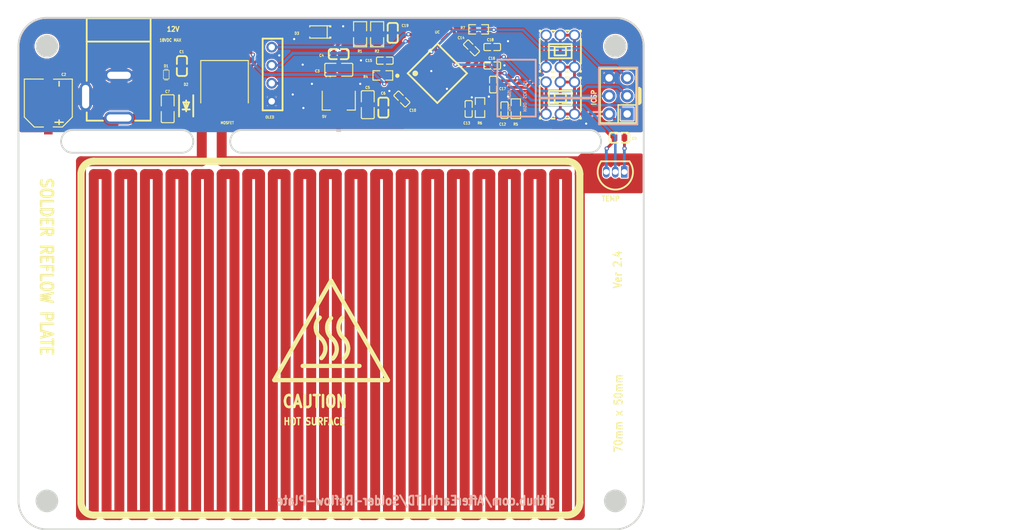
<source format=kicad_pcb>
(kicad_pcb (version 20240108) (generator "pcbnew") (generator_version "8.0")
  (layers (0 "F.Cu" signal "Top Layer") (31 "B.Cu" signal "Bottom Layer") (34 "B.Paste" user "Bottom Paste Mask Layer") (35 "F.Paste" user "Top Paste Mask Layer") (36 "B.SilkS" user "Bottom Silkscreen Layer") (37 "F.SilkS" user "Top Silkscreen Layer") (38 "B.Mask" user "Bottom Solder Mask Layer") (39 "F.Mask" user "Top Solder Mask Layer") (44 "Edge.Cuts" user "Multi-Layer"))
  (net 0 "")
  (footprint "Solder-Reflow-Plate:C0402" (layer "F.Cu") (at 163.759 72.235 -45)
    (property "Reference" "C14")
    (property "Value" "")
  )
  (footprint "Solder-Reflow-Plate:C0402" (layer "F.Cu") (at 163.359 80.835 -90)
    (property "Reference" "C13")
    (property "Value" "")
  )
  (footprint "Solder-Reflow-Plate:C0402" (layer "F.Cu") (at 153.959 79.435 135)
    (property "Reference" "C10")
    (property "Value" "")
  )
  (footprint "Solder-Reflow-Plate:C0402" (layer "F.Cu") (at 166.8 77.4 90)
    (property "Reference" "C17")
    (property "Value" "")
  )
  (footprint "Solder-Reflow-Plate:C0805" (layer "F.Cu") (at 145.0795 75.3175 180)
    (property "Reference" "C3")
    (property "Value" "")
  )
  (footprint "Solder-Reflow-Plate:R0603" (layer "F.Cu") (at 164.76 69.6345 180)
    (property "Reference" "R7")
    (property "Value" "")
  )
  (footprint "Solder-Reflow-Plate:C0402" (layer "F.Cu") (at 168.4 81 -90)
    (property "Reference" "C12")
    (property "Value" "")
  )
  (footprint "Solder-Reflow-Plate:SW-TH_6P-L5.8-W5.8-P2.00-LS4.5-BL" (layer "F.Cu") (at 176.257 72.6975 180)
    (property "Reference" "SW2" (hide yes))
    (property "Value" "")
  )
  (footprint "Solder-Reflow-Plate:HDR-TH_6P-P2.54-V-M-R2-C3-S2.54-1" (layer "F.Cu") (at 184.4 79 90)
    (property "Reference" "ICSP")
    (property "Value" "")
  )
  (footprint "Solder-Reflow-Plate:C0402" (layer "F.Cu") (at 151.559 74.035 180)
    (property "Reference" "C15")
    (property "Value" "")
  )
  (footprint "Solder-Reflow-Plate:R0805" (layer "F.Cu") (at 148.0795 70.3175 90)
    (property "Reference" "R1")
    (property "Value" "")
  )
  (footprint "Solder-Reflow-Plate:TO-92-3_L4.9-W3.7-P1.27-L" (layer "F.Cu") (at 184 89.7 180)
    (property "Reference" "TEMP")
    (property "Value" "")
  )
  (footprint "Solder-Reflow-Plate:SOT-89_L4.5-W2.5-P1.50-LS4.2-BR" (layer "F.Cu") (at 145.0795 79.1175 90)
    (property "Reference" "5V")
    (property "Value" "")
  )
  (footprint "Solder-Reflow-Plate:SW-TH_6P-L5.8-W5.8-P2.00-LS4.5-BL" (layer "F.Cu") (at 176.257 79.299 180)
    (property "Reference" "SW1" (hide yes))
    (property "Value" "")
  )
  (footprint "Solder-Reflow-Plate:C0603" (layer "F.Cu") (at 151.359 80.635 90)
    (property "Reference" "C6")
    (property "Value" "")
  )
  (footprint "Solder-Reflow-Plate:C0603" (layer "F.Cu") (at 184.582 84.882 180)
    (property "Reference" "C9")
    (property "Value" "")
  )
  (footprint "Solder-Reflow-Plate:TQFP-32_L7.0-W7.0-P0.80-LS9.0-BL" (layer "F.Cu") (at 158.959 75.835 -45)
    (property "Reference" "UC")
    (property "Value" "")
  )
  (footprint "Solder-Reflow-Plate:C0402" (layer "F.Cu") (at 166.6795 72.1175 180)
    (property "Reference" "C18")
    (property "Value" "")
  )
  (footprint "Solder-Reflow-Plate:SOD-882_L1.0-W0.6-BI" (layer "F.Cu") (at 120.8 76 -90)
    (property "Reference" "D1")
    (property "Value" "")
  )
  (footprint "Solder-Reflow-Plate:CAP-SMD_BD6.3-L6.6-W6.6-LS7.6-FD" (layer "F.Cu") (at 104.2 80 90)
    (property "Reference" "C2")
    (property "Value" "")
  )
  (footprint "Solder-Reflow-Plate:C0603" (layer "F.Cu") (at 152.6795 70.1175 90)
    (property "Reference" "C19")
    (property "Value" "")
  )
  (footprint "Solder-Reflow-Plate:C0805" (layer "F.Cu") (at 121 80.8 90)
    (property "Reference" "C7")
    (property "Value" "")
  )
  (footprint "Solder-Reflow-Plate:R0603" (layer "F.Cu") (at 170 80.8 90)
    (property "Reference" "R5")
    (property "Value" "")
  )
  (footprint "Solder-Reflow-Plate:R0603" (layer "F.Cu") (at 151.28 76.1165)
    (property "Reference" "R4")
    (property "Value" "")
  )
  (footprint "Solder-Reflow-Plate:C0805" (layer "F.Cu") (at 149.159 80.235 -90)
    (property "Reference" "C5")
    (property "Value" "")
  )
  (footprint "Solder-Reflow-Plate:C0603" (layer "F.Cu") (at 145.0795 73.1175)
    (property "Reference" "C4")
    (property "Value" "")
  )
  (footprint "Solder-Reflow-Plate:C0402" (layer "F.Cu") (at 166.6795 74.7175 180)
    (property "Reference" "C16")
    (property "Value" "")
  )
  (footprint "Solder-Reflow-Plate:SOD-123_L2.8-W1.8-LS3.7-FD" (layer "F.Cu") (at 123.6 80.4 -90)
    (property "Reference" "D2")
    (property "Value" "")
  )
  (footprint "Solder-Reflow-Plate:SOD-123_L2.8-W1.8-LS3.7-RD" (layer "F.Cu") (at 142.4 70 180)
    (property "Reference" "D3")
    (property "Value" "")
  )
  (footprint "Solder-Reflow-Plate:TO-252-2_L6.6-W6.1-P4.57-LS9.9-BR-CW" (layer "F.Cu") (at 129 75.4 90)
    (property "Reference" "MOSFET")
    (property "Value" "")
  )
  (footprint "Solder-Reflow-Plate:R0603" (layer "F.Cu") (at 164.958 80.635 90)
    (property "Reference" "R6")
    (property "Value" "")
  )
  (footprint "Solder-Reflow-Plate:C0603" (layer "F.Cu") (at 123 74.8 -90)
    (property "Reference" "C1")
    (property "Value" "")
  )
  (footprint "Solder-Reflow-Plate:R0805" (layer "F.Cu") (at 150.4795 70.3175 90)
    (property "Reference" "R2")
    (property "Value" "")
  )
  (footprint "Solder-Reflow-Plate:DC-IN-TH_DC-005-5A-2.5" (layer "F.Cu") (at 111.8 79.1 -90)
    (property "Reference" "12V")
    (property "Value" "")
  )
  (footprint "Solder-Reflow-Plate:OLED_0.91_128X32" (layer "F.Cu") (at 133.1 69.6)
    (property "Reference" "OLED")
    (property "Value" "")
  )
  (gr_line (start 167.4 73.9) (end 172.8 73.9) (stroke (width 0.254)) (layer "B.SilkS"))
  (gr_line (start 187.1 83) (end 181.7 83) (stroke (width 0.254)) (layer "B.SilkS"))
  (gr_line (start 167.4 81.9) (end 167.4 73.9) (stroke (width 0.254)) (layer "B.SilkS"))
  (gr_line (start 181.7 83) (end 181.7 75) (stroke (width 0.254)) (layer "B.SilkS"))
  (gr_line (start 172.8 73.9) (end 172.8 81.9) (stroke (width 0.254)) (layer "B.SilkS"))
  (gr_line (start 173.4 79.3) (end 181.2 79.3) (stroke (width 0.36)) (layer "B.SilkS"))
  (gr_line (start 181.7 75) (end 187.1 75) (stroke (width 0.254)) (layer "B.SilkS"))
  (gr_line (start 187.1 75) (end 187.1 83) (stroke (width 0.254)) (layer "B.SilkS"))
  (gr_line (start 172.8 81.9) (end 167.4 81.9) (stroke (width 0.254)) (layer "B.SilkS"))
  (gr_arc (start 108.8 90) (mid 109.327208 88.727208) (end 110.6 88.2) (stroke (width 1)) (layer "F.SilkS"))
  (gr_arc (start 145.8345 113.1655) (mid 146.253265 113.792226) (end 146.4 114.5315) (stroke (width 0.6)) (layer "F.SilkS"))
  (gr_arc (start 143.4345 111.6345) (mid 143.581556 110.895375) (end 144 110.2685) (stroke (width 0.6)) (layer "F.SilkS"))
  (gr_line (start 142.4 112.9315) (end 142.6345 113.1655) (stroke (width 0.6)) (layer "F.SilkS"))
  (gr_arc (start 145.6 112.9315) (mid 145.181129 112.304802) (end 145.0345 111.5655) (stroke (width 0.6)) (layer "F.SilkS"))
  (gr_arc (start 144 113) (mid 143.581388 112.373503) (end 143.4345 111.6345) (stroke (width 0.6)) (layer "F.SilkS"))
  (gr_arc (start 177.2 88.2) (mid 178.472792 88.727208) (end 179 90) (stroke (width 1)) (layer "F.SilkS"))
  (gr_arc (start 142.4 112.9315) (mid 141.981129 112.304802) (end 141.8345 111.5655) (stroke (width 0.6)) (layer "F.SilkS"))
  (gr_line (start 144 113) (end 144.2345 113.234) (stroke (width 0.6)) (layer "F.SilkS"))
  (gr_line (start 136 119) (end 152 119) (stroke (width 0.6)) (layer "F.SilkS"))
  (gr_arc (start 142.6345 113.1655) (mid 143.053265 113.792226) (end 143.2 114.5315) (stroke (width 0.6)) (layer "F.SilkS"))
  (gr_line (start 108.8 136.2) (end 108.8 90) (stroke (width 1)) (layer "F.SilkS"))
  (gr_arc (start 143.2 114.5315) (mid 143.053041 115.27049) (end 142.6345 115.897) (stroke (width 0.6)) (layer "F.SilkS"))
  (gr_arc (start 145.0345 111.5655) (mid 145.181489 110.826538) (end 145.6 110.2) (stroke (width 0.6)) (layer "F.SilkS"))
  (gr_line (start 145.6 112.9315) (end 145.8345 113.1655) (stroke (width 0.6)) (layer "F.SilkS"))
  (gr_line (start 177.2 88.2) (end 110.6 88.2) (stroke (width 1)) (layer "F.SilkS"))
  (gr_line (start 136 119) (end 144 105) (stroke (width 0.6)) (layer "F.SilkS"))
  (gr_arc (start 179 136.2) (mid 178.472792 137.472792) (end 177.2 138) (stroke (width 1)) (layer "F.SilkS"))
  (gr_arc (start 141.8345 111.5655) (mid 141.981489 110.826538) (end 142.4 110.2) (stroke (width 0.6)) (layer "F.SilkS"))
  (gr_line (start 110.6 138) (end 177.2 138) (stroke (width 1)) (layer "F.SilkS"))
  (gr_line (start 144 105) (end 152 119) (stroke (width 0.6)) (layer "F.SilkS"))
  (gr_arc (start 110.6 138) (mid 109.327208 137.472792) (end 108.8 136.2) (stroke (width 1)) (layer "F.SilkS"))
  (gr_arc (start 146.4 114.5315) (mid 146.253041 115.27049) (end 145.8345 115.897) (stroke (width 0.6)) (layer "F.SilkS"))
  (gr_arc (start 144.2345 113.2345) (mid 144.653006 113.861025) (end 144.8 114.6) (stroke (width 0.6)) (layer "F.SilkS"))
  (gr_line (start 179 136.2) (end 179 90) (stroke (width 1)) (layer "F.SilkS"))
  (gr_arc (start 144.8 114.6) (mid 144.653041 115.33899) (end 144.2345 115.9655) (stroke (width 0.6)) (layer "F.SilkS"))
  (gr_line (start 140 117) (end 148 117) (stroke (width 0.6)) (layer "F.SilkS"))
  (gr_arc (start 184 68) (mid 186.828427 69.171573) (end 188 72) (stroke (width 0.254)) (layer "Edge.Cuts"))
  (gr_arc (start 182 85.4) (mid 181.531371 86.531371) (end 180.4 87) (stroke (width 0.254)) (layer "Edge.Cuts"))
  (gr_arc (start 131.4 87) (mid 130.268629 86.531371) (end 129.8 85.4) (stroke (width 0.254)) (layer "Edge.Cuts"))
  (gr_arc (start 129.8 85.4) (mid 130.268629 84.268629) (end 131.4 83.8) (stroke (width 0.254)) (layer "Edge.Cuts"))
  (gr_arc (start 103.987681 140) (mid 101.165347 138.825716) (end 100 135.999681) (stroke (width 0.254)) (layer "Edge.Cuts"))
  (gr_line (start 184 140) (end 103.987681 140) (stroke (width 0.254)) (layer "Edge.Cuts"))
  (gr_line (start 131.4 83.8) (end 180.4 83.8) (stroke (width 0.254)) (layer "Edge.Cuts"))
  (gr_arc (start 123 83.8) (mid 124.131371 84.268629) (end 124.6 85.4) (stroke (width 0.254)) (layer "Edge.Cuts"))
  (gr_line (start 104 68) (end 184 68) (stroke (width 0.254)) (layer "Edge.Cuts"))
  (gr_line (start 131.4 87) (end 180.4 87) (stroke (width 0.254)) (layer "Edge.Cuts"))
  (gr_arc (start 188 136) (mid 186.828427 138.828427) (end 184 140) (stroke (width 0.254)) (layer "Edge.Cuts"))
  (gr_arc (start 124.6 85.4) (mid 124.131371 86.531371) (end 123 87) (stroke (width 0.254)) (layer "Edge.Cuts"))
  (gr_arc (start 106 85.4) (mid 106.468629 84.268629) (end 107.6 83.8) (stroke (width 0.254)) (layer "Edge.Cuts"))
  (gr_arc (start 100 72) (mid 101.171573 69.171573) (end 104 68) (stroke (width 0.254)) (layer "Edge.Cuts"))
  (gr_line (start 188 72) (end 188 136) (stroke (width 0.254)) (layer "Edge.Cuts"))
  (gr_line (start 107.6 87) (end 123 87) (stroke (width 0.254)) (layer "Edge.Cuts"))
  (gr_arc (start 107.6 87) (mid 106.468629 86.531371) (end 106 85.4) (stroke (width 0.254)) (layer "Edge.Cuts"))
  (gr_arc (start 180.4 83.8) (mid 181.531371 84.268629) (end 182 85.4) (stroke (width 0.254)) (layer "Edge.Cuts"))
  (gr_line (start 100 135.999681) (end 100 72) (stroke (width 0.254)) (layer "Edge.Cuts"))
  (gr_line (start 107.6 83.8) (end 123 83.8) (stroke (width 0.254)) (layer "Edge.Cuts"))
  (gr_text "MISO  SCK  RST" (at 171 81.3 -90) (layer "B.SilkS") (effects (font (size 0.42 0.36) (thickness 0.1)) (justify left bottom mirror)))
  (gr_text "5V+  MOSI  0V" (at 168.8 81.2 -90) (layer "B.SilkS") (effects (font (size 0.42 0.36) (thickness 0.1)) (justify left bottom mirror)))
  (gr_text "github.com/AfterEarthLTD/Solder-Reflow-Plate" (at 175.7 136.7 -0) (layer "B.SilkS") (effects (font (size 1.26 1.08) (thickness 0.3)) (justify left bottom mirror)))
  (gr_text "18VDC MAX" (at 119.8 71.4 0) (layer "F.SilkS") (effects (font (size 0.42 0.36) (thickness 0.1)) (justify left bottom)))
  (gr_text "HOT SURFACE" (at 137.2 125.4 0) (layer "F.SilkS") (effects (font (size 0.98 0.84) (thickness 0.24)) (justify left bottom)))
  (gr_text "CAUTION" (at 137 123 0) (layer "F.SilkS") (effects (font (size 1.68 1.44) (thickness 0.4)) (justify left bottom)))
  (gr_text "SOLDER REFLOW PLATE" (at 102.956 90.3395 270) (layer "F.SilkS") (effects (font (size 1.68 1.44) (thickness 0.4)) (justify left bottom)))
  (gr_text "Ver 2.4" (at 185 106.2 90) (layer "F.SilkS") (effects (font (size 1.12 0.96) (thickness 0.2)) (justify left bottom)))
  (gr_text "70mm x 50mm" (at 185.1 129.3 90) (layer "F.SilkS") (effects (font (size 1.12 0.96) (thickness 0.2)) (justify left bottom)))
  (segment (start 160.656 75.835) (end 161.7875 75.835) (width 0.4) (layer "F.Cu") (net 0))
  (segment (start 164.1445 72.62) (end 164.559 72.2055) (width 0.4) (layer "F.Cu") (net 0))
  (segment (start 168.2005 90) (end 170.0005 90) (width 1.4) (layer "F.Cu") (net 0))
  (segment (start 125.799 83.5995) (end 124.399 82.2) (width 1.4) (layer "F.Cu") (net 0))
  (segment (start 168.3995 75.799) (end 166.7995 75.799) (width 0.36) (layer "F.Cu") (net 0))
  (segment (start 167 79.8) (end 169 77.8) (width 0.4) (layer "F.Cu") (net 0))
  (segment (start 178.2575 81.5495) (end 183.129 81.5395) (width 0.4) (layer "F.Cu") (net 0))
  (segment (start 144.0495 75.3175) (end 143.5795 75.7875) (width 0.4) (layer "F.Cu") (net 0))
  (segment (start 162.3785 71.8495) (end 163.3735 71.8495) (width 0.4) (layer "F.Cu") (net 0))
  (segment (start 174.255 81.549) (end 174.255 77.049) (width 0.4) (layer "F.Cu") (net 0))
  (segment (start 134.0005 71.199) (end 134.0005 73.5995) (width 0.4) (layer "F.Cu") (net 0))
  (segment (start 163.471 77.519) (end 164.252 78.3) (width 0.36) (layer "F.Cu") (net 0))
  (segment (start 185.282 84.882) (end 185.282 84.282) (width 0.36) (layer "F.Cu") (net 0))
  (segment (start 129 83.4) (end 129 78.824) (width 1.4) (layer "F.Cu") (net 0))
  (segment (start 134 138) (end 135.8 138) (width 1.4) (layer "F.Cu") (net 0))
  (segment (start 145.5165 71.2835) (end 148.0795 71.2835) (width 0.4) (layer "F.Cu") (net 0))
  (segment (start 166.134 75.1335) (end 166.134 74.8565) (width 0.36) (layer "F.Cu") (net 0))
  (segment (start 112.4 138) (end 114.2 138) (width 1.4) (layer "F.Cu") (net 0))
  (segment (start 174.255 70.449) (end 174.255 74.949) (width 0.4) (layer "F.Cu") (net 0))
  (segment (start 181.6 82.9) (end 183.582 84.882) (width 0.36) (layer "F.Cu") (net 0))
  (segment (start 164.6005 138) (end 164.6005 90) (width 1.4) (layer "F.Cu") (net 0))
  (segment (start 153.8005 138) (end 153.8005 90) (width 1.4) (layer "F.Cu") (net 0))
  (segment (start 137.6 138) (end 139.4 138) (width 1.4) (layer "F.Cu") (net 0))
  (segment (start 149.229 81.335) (end 151.359 81.335) (width 0.4) (layer "F.Cu") (net 0))
  (segment (start 179.0005 90) (end 179 90) (width 1.4) (layer "F.Cu") (net 0))
  (segment (start 156.159 77.435) (end 156.759 78.035) (width 0.4) (layer "F.Cu") (net 0))
  (segment (start 121.4 138) (end 121.4 90) (width 1.4) (layer "F.Cu") (net 0))
  (segment (start 174.257 81.549) (end 174.2525 81.5535) (width 0.4) (layer "F.Cu") (net 0))
  (segment (start 145.862 81.265) (end 145.071 80.4735) (width 0.4) (layer "F.Cu") (net 0))
  (segment (start 153.5735 79.0495) (end 154.0475 79.0495) (width 0.4) (layer "F.Cu") (net 0))
  (segment (start 166.245 76.855) (end 166.8 76.855) (width 0.36) (layer "F.Cu") (net 0))
  (segment (start 125 90) (end 126.8 90) (width 1.4) (layer "F.Cu") (net 0))
  (segment (start 135.8 138) (end 135.8 90) (width 1.4) (layer "F.Cu") (net 0))
  (segment (start 156.718 79.7725) (end 160.656 75.835) (width 0.4) (layer "F.Cu") (net 0))
  (segment (start 160.634 71.3315) (end 161.359 70.6065) (width 0.4) (layer "F.Cu") (net 0))
  (segment (start 164.959 81.3885) (end 166.4115 81.3885) (width 0.4) (layer "F.Cu") (net 0))
  (segment (start 155.6005 90) (end 155.6005 138) (width 1.4) (layer "F.Cu") (net 0))
  (segment (start 143.5795 75.7875) (end 143.5795 77.7615) (width 0.4) (layer "F.Cu") (net 0))
  (segment (start 108.8 138) (end 110.6 138) (width 1.4) (layer "F.Cu") (net 0))
  (segment (start 164.028 74.7255) (end 166.1345 72.6195) (width 0.4) (layer "F.Cu") (net 0))
  (segment (start 155.662 77.435) (end 156.159 77.435) (width 0.4) (layer "F.Cu") (net 0))
  (segment (start 164.1445 73.478) (end 164.1445 72.62) (width 0.4) (layer "F.Cu") (net 0))
  (segment (start 152.83 81.335) (end 154.3445 79.8205) (width 0.4) (layer "F.Cu") (net 0))
  (segment (start 149.159 81.265) (end 145.862 81.265) (width 0.4) (layer "F.Cu") (net 0))
  (segment (start 130.4 90) (end 130.4 138) (width 1.4) (layer "F.Cu") (net 0))
  (segment (start 166.4005 138) (end 168.2005 138) (width 1.4) (layer "F.Cu") (net 0))
  (segment (start 144.3795 73.1175) (end 144.3795 72.4205) (width 0.4) (layer "F.Cu") (net 0))
  (segment (start 154.694 83.2005) (end 174.605 83.2005) (width 0.4) (layer "F.Cu") (net 0))
  (segment (start 148.4 138) (end 150.2005 138) (width 1.4) (layer "F.Cu") (net 0))
  (segment (start 123.2 90) (end 123.2 138) (width 1.4) (layer "F.Cu") (net 0))
  (segment (start 161.7655 72.463) (end 162.3785 71.8495) (width 0.4) (layer "F.Cu") (net 0))
  (segment (start 155.6005 138) (end 157.4 138) (width 1.4) (layer "F.Cu") (net 0))
  (segment (start 119.8 76.8) (end 118.8 77.8) (width 1) (layer "F.Cu") (net 0))
  (segment (start 183.882 85.318) (end 182.8 86.4) (width 0.4) (layer "F.Cu") (net 0))
  (segment (start 152.8295 81.336) (end 154.694 83.2005) (width 0.4) (layer "F.Cu") (net 0))
  (segment (start 112.4 90) (end 112.4 138) (width 1.4) (layer "F.Cu") (net 0))
  (segment (start 154.959 79.835) (end 155.559 80.435) (width 0.4) (layer "F.Cu") (net 0))
  (segment (start 123.6 78.7) (end 122.5295 79.77) (width 1.4) (layer "F.Cu") (net 0))
  (segment (start 168.4 81.545) (end 170 81.5535) (width 0.4) (layer "F.Cu") (net 0))
  (segment (start 169 77.8) (end 171.4045 77.8) (width 0.4) (layer "F.Cu") (net 0))
  (segment (start 132.2 90) (end 134 90) (width 1.4) (layer "F.Cu") (net 0))
  (segment (start 139.4 90) (end 141.2 90) (width 1.4) (layer "F.Cu") (net 0))
  (segment (start 168.3 73.5) (end 167.015 73.5) (width 0.36) (layer "F.Cu") (net 0))
  (segment (start 173.6005 138) (end 175.4005 138) (width 1.4) (layer "F.Cu") (net 0))
  (segment (start 123.2 138) (end 125 138) (width 1.4) (layer "F.Cu") (net 0))
  (segment (start 133 73.2) (end 131.776 71.976) (width 0.4) (layer "F.Cu") (net 0))
  (segment (start 110.6 90) (end 112.4 90) (width 1.4) (layer "F.Cu") (net 0))
  (segment (start 144.0495 73.4475) (end 144.0495 75.3175) (width 0.4) (layer "F.Cu") (net 0))
  (segment (start 146.6 90) (end 148.4 90) (width 1.4) (layer "F.Cu") (net 0))
  (segment (start 114.2 138) (end 114.2 90) (width 1.4) (layer "F.Cu") (net 0))
  (segment (start 166.8 76.855) (end 169.8455 76.855) (width 0.36) (layer "F.Cu") (net 0))
  (segment (start 114.2 90) (end 116 90) (width 1.4) (layer "F.Cu") (net 0))
  (segment (start 153.89 76.944) (end 153.063 76.1175) (width 0.4) (layer "F.Cu") (net 0))
  (segment (start 161.359 70.6065) (end 161.359 70.035) (width 0.4) (layer "F.Cu") (net 0))
  (segment (start 161 138) (end 161 90) (width 1.4) (layer "F.Cu") (net 0))
  (segment (start 163.4625 74.16) (end 164.1445 73.478) (width 0.4) (layer "F.Cu") (net 0))
  (segment (start 159.2005 90) (end 159.2005 138) (width 1.4) (layer "F.Cu") (net 0))
  (segment (start 175.4005 138) (end 175.4005 90) (width 1.4) (layer "F.Cu") (net 0))
  (segment (start 119.6 90) (end 119.6 138) (width 1.4) (layer "F.Cu") (net 0))
  (segment (start 166.7995 75.799) (end 166.134 75.1335) (width 0.36) (layer "F.Cu") (net 0))
  (segment (start 164.559 71.435) (end 164.0055 70.8815) (width 0.4) (layer "F.Cu") (net 0))
  (segment (start 150.2005 90) (end 152 90) (width 1.4) (layer "F.Cu") (net 0))
  (segment (start 128.6 138) (end 128.6 90) (width 1.4) (layer "F.Cu") (net 0))
  (segment (start 128.601 83.799) (end 129 83.4) (width 1.4) (layer "F.Cu") (net 0))
  (segment (start 167.4275 82.5175) (end 168.4 81.545) (width 0.4) (layer "F.Cu") (net 0))
  (segment (start 144.3795 72.4205) (end 145.5165 71.2835) (width 0.4) (layer "F.Cu") (net 0))
  (segment (start 118.8 77.8) (end 118.8 82.2) (width 1) (layer "F.Cu") (net 0))
  (segment (start 185.282 86.382) (end 185.282 84.882) (width 0.4) (layer "F.Cu") (net 0))
  (segment (start 164.559 72.2055) (end 164.559 71.435) (width 0.4) (layer "F.Cu") (net 0))
  (segment (start 162.8005 138) (end 164.6005 138) (width 1.4) (layer "F.Cu") (net 0))
  (segment (start 135.1995 70) (end 134.0005 71.199) (width 0.4) (layer "F.Cu") (net 0))
  (segment (start 144.0925 70) (end 144.2325 70) (width 0.4) (layer "F.Cu") (net 0))
  (segment (start 157.4 90) (end 159.2005 90) (width 1.4) (layer "F.Cu") (net 0))
  (segment (start 183.582 84.882) (end 183.882 84.882) (width 0.36) (layer "F.Cu") (net 0))
  (segment (start 113.4815 82.67) (end 104.2 82.67) (width 1.4) (layer "F.Cu") (net 0))
  (segment (start 155.0215 78.0755) (end 155.662 77.435) (width 0.4) (layer "F.Cu") (net 0))
  (segment (start 154.0475 79.0495) (end 155.0215 78.0755) (width 0.4) (layer "F.Cu") (net 0))
  (segment (start 154.4795 71.3175) (end 155.007 71.3175) (width 0.4) (layer "F.Cu") (net 0))
  (segment (start 129 78.824) (end 128.876 78.7) (width 1.4) (layer "F.Cu") (net 0))
  (segment (start 108.801 88.199) (end 125.799 88.199) (width 1.4) (layer "F.Cu") (net 0))
  (segment (start 116 138) (end 117.8 138) (width 1.4) (layer "F.Cu") (net 0))
  (segment (start 164.252 78.3) (end 164.8 78.3) (width 0.36) (layer "F.Cu") (net 0))
  (segment (start 160.7415 69.4175) (end 152.6795 69.4175) (width 0.4) (layer "F.Cu") (net 0))
  (segment (start 142.2 80.2) (end 144.797 80.2) (width 0.4) (layer "F.Cu") (net 0))
  (segment (start 179.0005 138) (end 179.0005 90) (width 1.4) (layer "F.Cu") (net 0))
  (segment (start 161.6815 82.5175) (end 167.4275 82.5175) (width 0.4) (layer "F.Cu") (net 0))
  (segment (start 166.4115 81.3885) (end 167 80.8) (width 0.4) (layer "F.Cu") (net 0))
  (segment (start 135.64 77.22) (end 139.22 77.22) (width 0.4) (layer "F.Cu") (net 0))
  (segment (start 139.4 138) (end 139.4 90) (width 1.4) (layer "F.Cu") (net 0))
  (segment (start 125.799 88.199) (end 125.799 83.5995) (width 1.4) (layer "F.Cu") (net 0))
  (segment (start 170.0005 90) (end 170.0005 138) (width 1.4) (layer "F.Cu") (net 0))
  (segment (start 164.0375 76.953) (end 166.1345 74.856) (width 0.4) (layer "F.Cu") (net 0))
  (segment (start 171.8005 138) (end 171.8005 90) (width 1.4) (layer "F.Cu") (net 0))
  (segment (start 165.5125 69.635) (end 166.835 69.635) (width 0.36) (layer "F.Cu") (net 0))
  (segment (start 159.2005 138) (end 161 138) (width 1.4) (layer "F.Cu") (net 0))
  (segment (start 143 138) (end 143 90) (width 1.4) (layer "F.Cu") (net 0))
  (segment (start 155.1385 70.3175) (end 156.7095 71.8885) (width 0.4) (layer "F.Cu") (net 0))
  (segment (start 178.9995 89.9985) (end 178.9995 88.2005) (width 1.4) (layer "F.Cu") (net 0))
  (segment (start 155.007 71.3175) (end 156.1435 72.454) (width 0.4) (layer "F.Cu") (net 0))
  (segment (start 174.605 83.2005) (end 176.256 81.5495) (width 0.4) (layer "F.Cu") (net 0))
  (segment (start 169.8455 76.855) (end 170.2005 76.5) (width 0.36) (layer "F.Cu") (net 0))
  (segment (start 130.4 138) (end 132.2 138) (width 1.4) (layer "F.Cu") (net 0))
  (segment (start 117.8 138) (end 117.8 90) (width 1.4) (layer "F.Cu") (net 0))
  (segment (start 178.9995 88.2005) (end 128.601 88.2005) (width 1.4) (layer "F.Cu") (net 0))
  (segment (start 166.1345 72.6195) (end 166.1345 72.1175) (width 0.4) (layer "F.Cu") (net 0))
  (segment (start 173.6005 90) (end 173.6005 138) (width 1.4) (layer "F.Cu") (net 0))
  (segment (start 178.255 81.549) (end 178.255 70.449) (width 0.4) (layer "F.Cu") (net 0))
  (segment (start 121.7 76.8) (end 119.8 76.8) (width 1) (layer "F.Cu") (net 0))
  (segment (start 183.882 84.882) (end 183.882 85.318) (width 0.4) (layer "F.Cu") (net 0))
  (segment (start 144.797 80.2) (end 145.071 80.4735) (width 0.4) (layer "F.Cu") (net 0))
  (segment (start 152 138) (end 153.8005 138) (width 1.4) (layer "F.Cu") (net 0))
  (segment (start 134 90) (end 134 138) (width 1.4) (layer "F.Cu") (net 0))
  (segment (start 176.255 70.449) (end 176.255 81.549) (width 0.4) (layer "F.Cu") (net 0))
  (segment (start 131.776 71.976) (end 131.29 71.976) (width 0.4) (layer "F.Cu") (net 0))
  (segment (start 155.578 73.0195) (end 156.358 73.8) (width 0.36) (layer "F.Cu") (net 0))
  (segment (start 126.8 90) (end 126.8 138) (width 1.4) (layer "F.Cu") (net 0))
  (segment (start 119.6 138) (end 121.4 138) (width 1.4) (layer "F.Cu") (net 0))
  (segment (start 185.282 84.282) (end 183.9 82.9) (width 0.36) (layer "F.Cu") (net 0))
  (segment (start 126.8 138) (end 128.6 138) (width 1.4) (layer "F.Cu") (net 0))
  (segment (start 161.5 74.6) (end 161.5 74.416) (width 0.36) (layer "F.Cu") (net 0))
  (segment (start 164.0055 70.8815) (end 164.0055 69.635) (width 0.4) (layer "F.Cu") (net 0))
  (segment (start 156.358 73.8) (end 157.1 73.8) (width 0.36) (layer "F.Cu") (net 0))
  (segment (start 141.2 138) (end 143 138) (width 1.4) (layer "F.Cu") (net 0))
  (segment (start 183.9 82.31) (end 183.13 81.54) (width 0.36) (layer "F.Cu") (net 0))
  (segment (start 152.559 74.035) (end 152.104 74.035) (width 0.4) (layer "F.Cu") (net 0))
  (segment (start 167 80.8) (end 167 79.8) (width 0.4) (layer "F.Cu") (net 0))
  (segment (start 161.7875 75.835) (end 163.4625 74.16) (width 0.4) (layer "F.Cu") (net 0))
  (segment (start 175.4005 90) (end 177.2005 90) (width 1.4) (layer "F.Cu") (net 0))
  (segment (start 110.6 138) (end 110.6 90) (width 1.4) (layer "F.Cu") (net 0))
  (segment (start 160.077 80.913) (end 161.6815 82.5175) (width 0.4) (layer "F.Cu") (net 0))
  (segment (start 178.255 81.549) (end 176.255 81.549) (width 0.4) (layer "F.Cu") (net 0))
  (segment (start 125.1995 74.8005) (end 124.501 75.499) (width 0.4) (layer "F.Cu") (net 0))
  (segment (start 124.501 75.499) (end 122.9995 75.499) (width 0.4) (layer "F.Cu") (net 0))
  (segment (start 154.7935 72.235) (end 154.359 72.235) (width 0.4) (layer "F.Cu") (net 0))
  (segment (start 154.9445 79.8205) (end 154.96 79.836) (width 0.4) (layer "F.Cu") (net 0))
  (segment (start 161.684 81.3885) (end 164.959 81.3885) (width 0.4) (layer "F.Cu") (net 0))
  (segment (start 176.255 70.449) (end 178.255 70.449) (width 0.4) (layer "F.Cu") (net 0))
  (segment (start 156.759 78.035) (end 156.759 78.601) (width 0.4) (layer "F.Cu") (net 0))
  (segment (start 128.6 90) (end 130.4 90) (width 1.4) (layer "F.Cu") (net 0))
  (segment (start 153.063 76.1175) (end 152.033 76.1175) (width 0.4) (layer "F.Cu") (net 0))
  (segment (start 139.22 77.22) (end 142.2 80.2) (width 0.4) (layer "F.Cu") (net 0))
  (segment (start 144.8 138) (end 146.6 138) (width 1.4) (layer "F.Cu") (net 0))
  (segment (start 137.6 90) (end 137.6 138) (width 1.4) (layer "F.Cu") (net 0))
  (segment (start 168.4 81.603) (end 168.4 81.545) (width 0.4) (layer "F.Cu") (net 0))
  (segment (start 135.8 90) (end 137.6 90) (width 1.4) (layer "F.Cu") (net 0))
  (segment (start 170.0005 138) (end 171.8005 138) (width 1.4) (layer "F.Cu") (net 0))
  (segment (start 148.4 90) (end 148.4 138) (width 1.4) (layer "F.Cu") (net 0))
  (segment (start 156.056 80.435) (end 156.718 79.7725) (width 0.4) (layer "F.Cu") (net 0))
  (segment (start 122.5295 79.77) (end 121 79.77) (width 1.4) (layer "F.Cu") (net 0))
  (segment (start 152.6795 69.4175) (end 152.6135 69.3515) (width 0.4) (layer "F.Cu") (net 0))
  (segment (start 152 90) (end 152 138) (width 1.4) (layer "F.Cu") (net 0))
  (segment (start 183.9 82.9) (end 183.9 82.31) (width 0.36) (layer "F.Cu") (net 0))
  (segment (start 161.5 74.416) (end 157.841 70.7565) (width 0.36) (layer "F.Cu") (net 0))
  (segment (start 108.801 90) (end 108.801 88.199) (width 1.4) (layer "F.Cu") (net 0))
  (segment (start 128.876 78.7) (end 123.6 78.7) (width 1.4) (layer "F.Cu") (net 0))
  (segment (start 164.6005 90) (end 166.4005 90) (width 1.4) (layer "F.Cu") (net 0))
  (segment (start 121.4 90) (end 123.2 90) (width 1.4) (layer "F.Cu") (net 0))
  (segment (start 144.3795 73.1175) (end 144.0495 73.4475) (width 0.4) (layer "F.Cu") (net 0))
  (segment (start 144.8 90) (end 144.8 138) (width 1.4) (layer "F.Cu") (net 0))
  (segment (start 116 90) (end 116 138) (width 1.4) (layer "F.Cu") (net 0))
  (segment (start 178.255 74.949) (end 176.255 74.949) (width 0.4) (layer "F.Cu") (net 0))
  (segment (start 153.8005 90) (end 155.6005 90) (width 1.4) (layer "F.Cu") (net 0))
  (segment (start 171.8005 90) (end 173.6005 90) (width 1.4) (layer "F.Cu") (net 0))
  (segment (start 124.399 82.2) (end 113.952 82.2) (width 1.4) (layer "F.Cu") (net 0))
  (segment (start 123 75.5) (end 121.7 76.8) (width 1) (layer "F.Cu") (net 0))
  (segment (start 154.359 72.235) (end 152.559 74.035) (width 0.4) (layer "F.Cu") (net 0))
  (segment (start 113.9515 82.2) (end 113.4815 82.67) (width 1.4) (layer "F.Cu") (net 0))
  (segment (start 166.835 69.635) (end 166.9 69.7) (width 0.36) (layer "F.Cu") (net 0))
  (segment (start 176.255 77.049) (end 178.255 77.049) (width 0.4) (layer "F.Cu") (net 0))
  (segment (start 151.359 81.335) (end 152.83 81.335) (width 0.4) (layer "F.Cu") (net 0))
  (segment (start 140.7085 70) (end 135.1995 70) (width 0.4) (layer "F.Cu") (net 0))
  (segment (start 160.643 80.3475) (end 161.684 81.3885) (width 0.4) (layer "F.Cu") (net 0))
  (segment (start 157.4 138) (end 157.4 90) (width 1.4) (layer "F.Cu") (net 0))
  (segment (start 151.4795 77.3175) (end 152.033 76.764) (width 0.4) (layer "F.Cu") (net 0))
  (segment (start 132.2 138) (end 132.2 90) (width 1.4) (layer "F.Cu") (net 0))
  (segment (start 166.4005 90) (end 166.4005 138) (width 1.4) (layer "F.Cu") (net 0))
  (segment (start 155.559 80.435) (end 156.056 80.435) (width 0.4) (layer "F.Cu") (net 0))
  (segment (start 185.3 86.4) (end 185.282 86.382) (width 0.4) (layer "F.Cu") (net 0))
  (segment (start 174.2525 81.5535) (end 170 81.5535) (width 0.4) (layer "F.Cu") (net 0))
  (segment (start 155.587 78.6415) (end 154.959 79.2695) (width 0.4) (layer "F.Cu") (net 0))
  (segment (start 141.2 90) (end 141.2 138) (width 1.4) (layer "F.Cu") (net 0))
  (segment (start 125 138) (end 125 90) (width 1.4) (layer "F.Cu") (net 0))
  (segment (start 171.4045 77.8) (end 174.257 74.9475) (width 0.4) (layer "F.Cu") (net 0))
  (segment (start 166.1345 74.856) (end 166.1345 74.7175) (width 0.4) (layer "F.Cu") (net 0))
  (segment (start 164.8 78.3) (end 166.245 76.855) (width 0.36) (layer "F.Cu") (net 0))
  (segment (start 108.8 90) (end 108.8 138) (width 1.4) (layer "F.Cu") (net 0))
  (segment (start 128.601 88.2005) (end 128.601 83.799) (width 1.4) (layer "F.Cu") (net 0))
  (segment (start 144.2325 70) (end 145.5165 71.2835) (width 0.4) (layer "F.Cu") (net 0))
  (segment (start 161.359 70.035) (end 160.7415 69.4175) (width 0.4) (layer "F.Cu") (net 0))
  (segment (start 150.2005 138) (end 150.2005 90) (width 1.4) (layer "F.Cu") (net 0))
  (segment (start 168.2005 138) (end 168.2005 90) (width 1.4) (layer "F.Cu") (net 0))
  (segment (start 155.578 73.0195) (end 154.7935 72.235) (width 0.4) (layer "F.Cu") (net 0))
  (segment (start 179.9 82.9) (end 181.6 82.9) (width 0.36) (layer "F.Cu") (net 0))
  (segment (start 154.3445 79.8205) (end 154.9445 79.8205) (width 0.4) (layer "F.Cu") (net 0))
  (segment (start 167.015 73.5) (end 166.1345 72.6195) (width 0.36) (layer "F.Cu") (net 0))
  (segment (start 162.8005 90) (end 162.8005 138) (width 1.4) (layer "F.Cu") (net 0))
  (segment (start 177.2005 90) (end 177.2005 138) (width 1.4) (layer "F.Cu") (net 0))
  (segment (start 154.8795 70.3175) (end 155.1385 70.3175) (width 0.4) (layer "F.Cu") (net 0))
  (segment (start 156.759 78.601) (end 156.153 79.207) (width 0.4) (layer "F.Cu") (net 0))
  (segment (start 152.6135 69.3515) (end 148.0795 69.3515) (width 0.4) (layer "F.Cu") (net 0))
  (segment (start 143 90) (end 144.8 90) (width 1.4) (layer "F.Cu") (net 0))
  (segment (start 149.159 81.265) (end 149.229 81.335) (width 0.4) (layer "F.Cu") (net 0))
  (segment (start 152.033 76.764) (end 152.033 76.1175) (width 0.4) (layer "F.Cu") (net 0))
  (segment (start 157.1 73.8) (end 158.1 72.8) (width 0.36) (layer "F.Cu") (net 0))
  (segment (start 134.0005 73.5995) (end 132.799 74.8005) (width 0.4) (layer "F.Cu") (net 0))
  (segment (start 132.799 74.8005) (end 125.1995 74.8005) (width 0.4) (layer "F.Cu") (net 0))
  (segment (start 154.959 79.2695) (end 154.959 79.835) (width 0.4) (layer "F.Cu") (net 0))
  (segment (start 117.8 90) (end 119.6 90) (width 1.4) (layer "F.Cu") (net 0))
  (segment (start 146.6 138) (end 146.6 90) (width 1.4) (layer "F.Cu") (net 0))
  (segment (start 177.2005 138) (end 179.0005 138) (width 1.4) (layer "F.Cu") (net 0))
  (segment (start 161 90) (end 162.8005 90) (width 1.4) (layer "F.Cu") (net 0))
  (via (at 133 73.2) (size 0.61) (drill 0.305) (layers "F.Cu" "B.Cu") (net 0))
  (via (at 151.4795 77.3175) (size 0.61) (drill 0.305) (layers "F.Cu" "B.Cu") (net 0))
  (via (at 168.9 79.1) (size 0.61) (drill 0.305) (layers "F.Cu" "B.Cu") (net 0))
  (via (at 140 74.6) (size 0.61) (drill 0.305) (layers "F.Cu" "B.Cu") (net 0))
  (via (at 158.1 75.5) (size 0.61) (drill 0.305) (layers "F.Cu" "B.Cu") (net 0))
  (via (at 170.2005 76.5) (size 0.61) (drill 0.305) (layers "F.Cu" "B.Cu") (net 0))
  (via (at 185.3 86.4) (size 0.61) (drill 0.305) (layers "F.Cu" "B.Cu") (net 0))
  (via (at 152.2 78.3) (size 0.61) (drill 0.305) (layers "F.Cu" "B.Cu") (net 0))
  (via (at 166.9 69.7) (size 0.61) (drill 0.305) (layers "F.Cu" "B.Cu") (net 0))
  (via (at 168.4 75.8) (size 0.61) (drill 0.305) (layers "F.Cu" "B.Cu") (net 0))
  (via (at 160.3 78) (size 0.61) (drill 0.305) (layers "F.Cu" "B.Cu") (net 0))
  (via (at 148.1 77.3) (size 0.61) (drill 0.305) (layers "F.Cu" "B.Cu") (net 0))
  (via (at 168.3 73.5) (size 0.61) (drill 0.305) (layers "F.Cu" "B.Cu") (net 0))
  (via (at 158.1 72.8) (size 0.61) (drill 0.305) (layers "F.Cu" "B.Cu") (net 0))
  (via (at 138.6 78.8) (size 0.61) (drill 0.305) (layers "F.Cu" "B.Cu") (net 0))
  (via (at 136.7 73.3) (size 0.61) (drill 0.305) (layers "F.Cu" "B.Cu") (net 0))
  (via (at 168.4 74.7) (size 0.61) (drill 0.305) (layers "F.Cu" "B.Cu") (net 0))
  (via (at 145.7 69.2) (size 0.61) (drill 0.305) (layers "F.Cu" "B.Cu") (net 0))
  (via (at 141.3 77.3) (size 0.61) (drill 0.305) (layers "F.Cu" "B.Cu") (net 0))
  (via (at 182.8 86.4) (size 0.61) (drill 0.305) (layers "F.Cu" "B.Cu") (net 0))
  (via (at 163.8 79.2) (size 0.61) (drill 0.305) (layers "F.Cu" "B.Cu") (net 0))
  (via (at 140.1 80.7) (size 0.61) (drill 0.305) (layers "F.Cu" "B.Cu") (net 0))
  (via (at 166.2 79.1) (size 0.61) (drill 0.305) (layers "F.Cu" "B.Cu") (net 0))
  (via (at 161.5 74.6) (size 0.61) (drill 0.305) (layers "F.Cu" "B.Cu") (net 0))
  (via (at 179.9 82.9) (size 0.61) (drill 0.305) (layers "F.Cu" "B.Cu") (net 0))
  (via (at 168.9 71.3) (size 0.61) (drill 0.305) (layers "F.Cu" "B.Cu") (net 0))
  (via (at 138.8 71) (size 0.61) (drill 0.305) (layers "F.Cu" "B.Cu") (net 0))
  (via (at 148.2 74) (size 0.61) (drill 0.305) (layers "F.Cu" "B.Cu") (net 0))
  (via (at 154.4795 71.3175) (size 0.61) (drill 0.305) (layers "F.Cu" "B.Cu") (net 0))
  (via (at 154.8795 70.3175) (size 0.61) (drill 0.305) (layers "F.Cu" "B.Cu") (net 0))
  (segment (start 133 73.2) (end 133 74.4) (width 0.4) (layer "B.Cu") (net 0))
  (segment (start 179.398 78.301) (end 173.0985 78.301) (width 0.36) (layer "B.Cu") (net 0))
  (segment (start 166.9 69.7) (end 161.2 69.7) (width 0.36) (layer "B.Cu") (net 0))
  (segment (start 182.73 89.7) (end 182.7305 86.4695) (width 0.4) (layer "B.Cu") (net 0))
  (segment (start 171.9 80.3) (end 179.601 80.3) (width 0.36) (layer "B.Cu") (net 0))
  (segment (start 172.1995 79.599) (end 168.3995 75.799) (width 0.36) (layer "B.Cu") (net 0))
  (segment (start 180.899 80.3) (end 180.2005 79.599) (width 0.36) (layer "B.Cu") (net 0))
  (segment (start 182.7305 86.4695) (end 182.8 86.4) (width 0.4) (layer "B.Cu") (net 0))
  (segment (start 150.162 76) (end 151.4795 77.3175) (width 0.4) (layer "B.Cu") (net 0))
  (segment (start 180.2005 79.599) (end 172.1995 79.599) (width 0.36) (layer "B.Cu") (net 0))
  (segment (start 185.669 76.4595) (end 184.1095 74.9) (width 0.36) (layer "B.Cu") (net 0))
  (segment (start 135.64 72.14) (end 152.46 72.14) (width 0.4) (layer "B.Cu") (net 0))
  (segment (start 134.6 76) (end 150.162 76) (width 0.4) (layer "B.Cu") (net 0))
  (segment (start 173.599 72.299) (end 171.0005 69.7005) (width 0.36) (layer "B.Cu") (net 0))
  (segment (start 152.797 73) (end 154.4795 71.3175) (width 0.4) (layer "B.Cu") (net 0))
  (segment (start 133 74.4) (end 134.6 76) (width 0.4) (layer "B.Cu") (net 0))
  (segment (start 179.1995 72.299) (end 173.599 72.299) (width 0.36) (layer "B.Cu") (net 0))
  (segment (start 161.501 74.6) (end 166.2 74.6) (width 0.36) (layer "B.Cu") (net 0))
  (segment (start 184.4295 80.3) (end 180.899 80.3) (width 0.36) (layer "B.Cu") (net 0))
  (segment (start 171.0005 69.7005) (end 166.901 69.7005) (width 0.36) (layer "B.Cu") (net 0))
  (segment (start 161.2 69.7) (end 158.1 72.8) (width 0.36) (layer "B.Cu") (net 0))
  (segment (start 180 77.699) (end 179.398 78.301) (width 0.36) (layer "B.Cu") (net 0))
  (segment (start 138.6 73) (end 152.797 73) (width 0.4) (layer "B.Cu") (net 0))
  (segment (start 173.0985 78.301) (end 168.3005 73.5005) (width 0.36) (layer "B.Cu") (net 0))
  (segment (start 184.1095 74.9) (end 181.8005 74.9) (width 0.36) (layer "B.Cu") (net 0))
  (segment (start 181.8005 74.9) (end 179.1995 72.299) (width 0.36) (layer "B.Cu") (net 0))
  (segment (start 185.27 89.7) (end 185.2705 86.4295) (width 0.4) (layer "B.Cu") (net 0))
  (segment (start 154.798 70.399) (end 154.8795 70.3175) (width 0.4) (layer "B.Cu") (net 0))
  (segment (start 154.201 70.399) (end 154.798 70.399) (width 0.4) (layer "B.Cu") (net 0))
  (segment (start 185.669 78.9995) (end 184.371 77.699) (width 0.36) (layer "B.Cu") (net 0))
  (segment (start 184.0005 84.699) (end 184 89.7) (width 0.36) (layer "B.Cu") (net 0))
  (segment (start 183.129 78.9995) (end 172.7 78.9995) (width 0.36) (layer "B.Cu") (net 0))
  (segment (start 172.7 78.9995) (end 170.2005 76.5) (width 0.36) (layer "B.Cu") (net 0))
  (segment (start 136.92 74.68) (end 138.6 73) (width 0.4) (layer "B.Cu") (net 0))
  (segment (start 185.669 81.5395) (end 184.4295 80.3) (width 0.36) (layer "B.Cu") (net 0))
  (segment (start 166.2 74.6) (end 171.9 80.3) (width 0.36) (layer "B.Cu") (net 0))
  (segment (start 179.601 80.3) (end 184.0005 84.699) (width 0.36) (layer "B.Cu") (net 0))
  (segment (start 152.46 72.14) (end 154.201 70.399) (width 0.4) (layer "B.Cu") (net 0))
  (segment (start 185.2705 86.4295) (end 185.3 86.4) (width 0.4) (layer "B.Cu") (net 0))
  (segment (start 135.64 74.68) (end 136.92 74.68) (width 0.4) (layer "B.Cu") (net 0))
  (segment (start 184.371 77.699) (end 180 77.699) (width 0.36) (layer "B.Cu") (net 0))
  (zone (net 0) (net_name "") (layer "F.Cu") (priority 492) (connect_pads (clearance 0)) (min_thickness 0.254) (fill yes (thermal_gap 0.5) (thermal_bridge_width 0.5))
    (polygon (pts (xy 97.8 65.5) (xy 188.5 65.5) (xy 190.5 67.5) (xy 190.5 83.9) (xy 190.4 84) (xy 99.5 84) (xy 98.4 82.9)))
  )
  (zone (net 0) (net_name "") (layer "F.Cu") (priority 497) (connect_pads (clearance 0)) (min_thickness 0.254) (fill yes (thermal_gap 0.5) (thermal_bridge_width 0.5))
    (polygon (pts (xy 179.2 87.2) (xy 188.6 87.2) (xy 188.8 87.4) (xy 188.8 88.4) (xy 188.8 92.4) (xy 188.6 92.6) (xy 179.2 92.6) (xy 178.8 87.6)))
  )
  (zone (net 0) (net_name "") (layer "B.Cu") (priority 496) (connect_pads (clearance 0)) (min_thickness 0.254) (fill yes (thermal_gap 0.5) (thermal_bridge_width 0.5))
    (polygon (pts (xy 97.4 65.5) (xy 188.1 65.5) (xy 190.1 67.5) (xy 190.1 83.9) (xy 190 84) (xy 99.1 84) (xy 98 82.9)))
  )
  (zone (net 0) (net_name "") (layer "F.SilkS") (priority 500) (connect_pads (clearance 0)) (min_thickness 0.254) (fill yes (thermal_gap 0.5) (thermal_bridge_width 0.5))
    (polygon (pts (xy 187.194 77.73) (xy 187.194 80.27) (xy 187.702 80.27) (xy 187.702 77.73)))
  )
  (zone (net 0) (net_name "") (layer "Edge.Cuts") (priority 500) (connect_pads (clearance 0)) (min_thickness 0.254) (fill yes (thermal_gap 0.5) (thermal_bridge_width 0.5))
    (polygon (pts (xy 102.4 70.4) (xy 102.4 73.6) (xy 105.6 73.6) (xy 105.6 70.4)))
  )
  (zone (net 0) (net_name "") (layer "Edge.Cuts") (priority 500) (connect_pads (clearance 0)) (min_thickness 0.254) (fill yes (thermal_gap 0.5) (thermal_bridge_width 0.5))
    (polygon (pts (xy 182.4 134.4) (xy 182.4 137.6) (xy 185.6 137.6) (xy 185.6 134.4)))
  )
  (zone (net 0) (net_name "") (layer "Edge.Cuts") (priority 500) (connect_pads (clearance 0)) (min_thickness 0.254) (fill yes (thermal_gap 0.5) (thermal_bridge_width 0.5))
    (polygon (pts (xy 182.4 70.4) (xy 182.4 73.6) (xy 185.6 73.6) (xy 185.6 70.4)))
  )
  (zone (net 0) (net_name "") (layer "Edge.Cuts") (priority 500) (connect_pads (clearance 0)) (min_thickness 0.254) (fill yes (thermal_gap 0.5) (thermal_bridge_width 0.5))
    (polygon (pts (xy 102.4 134.4) (xy 102.4 137.6) (xy 105.6 137.6) (xy 105.6 134.4)))
  )
)
</source>
